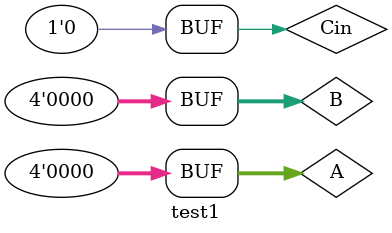
<source format=v>
module ripple_carry_adder_4bit(A,B,Cin,Cout,sum);
  input [3:0]A,B;
  input Cin;
  output Cout;
  output [3:0]sum;
  wire x1,x2,x3;
  ripple_carry_adder rpd1(.a(A[0]),.b(B[0]),.cin(Cin),.cout(x1),.su(sum[0]));
  ripple_carry_adder rpd2(.a(A[1]),.b(B[1]),.cin(Cin),.cout(x2),.su(sum[1]));
  ripple_carry_adder rpd3(.a(A[2]),.b(B[2]),.cin(Cin),.cout(x3),.su(sum[2]));
  ripple_carry_adder rpd4(.a(A[3]),.b(B[3]),.cin(Cin),.cout(Cout),.su(sum[3]));
endmodule
module ripple_carry_adder(a,b,cin,cout,su);
  input a,b,cin;
  output su,cout;
  xor(su,a,b,cin);
  wire y1,y2,y3;
  and(y1,a,b);
  and(y2,cin,b);
  and(y3,a,cin);
  or(cout,y1,y2,y3);
endmodule
//The simulation code or test bench
module test1();
  reg [3:0]A,B;
  reg Cin;
  wire Cout;
  wire [3:0]sum;
  ripple_carry_adder_4bit a1(A,B,Cin,Cout,sum);
  initial
    begin
      $monitor("A=%b,B=%b,Cin=%b,Cout=%b,sum=%b",A,B,Cin,Cout,sum,$time);
      #0ns A=4'b1011;B=4'b1110;Cin=0;
      #10ns A=4'b0000;B=4'b0000;Cin=0;
    end
endmodule
</source>
